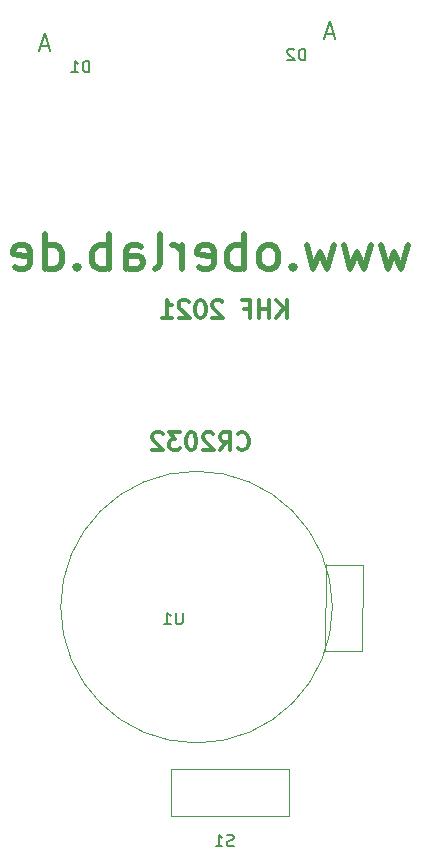
<source format=gbr>
%TF.GenerationSoftware,KiCad,Pcbnew,(5.1.6)-1*%
%TF.CreationDate,2021-02-21T20:50:40+01:00*%
%TF.ProjectId,RobiV3,526f6269-5633-42e6-9b69-6361645f7063,rev?*%
%TF.SameCoordinates,Original*%
%TF.FileFunction,Legend,Bot*%
%TF.FilePolarity,Positive*%
%FSLAX46Y46*%
G04 Gerber Fmt 4.6, Leading zero omitted, Abs format (unit mm)*
G04 Created by KiCad (PCBNEW (5.1.6)-1) date 2021-02-21 20:50:40*
%MOMM*%
%LPD*%
G01*
G04 APERTURE LIST*
%ADD10C,0.300000*%
%ADD11C,0.500000*%
%ADD12C,0.200000*%
%ADD13C,0.120000*%
%ADD14C,0.150000*%
G04 APERTURE END LIST*
D10*
X119728857Y-92737714D02*
X119800285Y-92809142D01*
X120014571Y-92880571D01*
X120157428Y-92880571D01*
X120371714Y-92809142D01*
X120514571Y-92666285D01*
X120586000Y-92523428D01*
X120657428Y-92237714D01*
X120657428Y-92023428D01*
X120586000Y-91737714D01*
X120514571Y-91594857D01*
X120371714Y-91452000D01*
X120157428Y-91380571D01*
X120014571Y-91380571D01*
X119800285Y-91452000D01*
X119728857Y-91523428D01*
X118228857Y-92880571D02*
X118728857Y-92166285D01*
X119086000Y-92880571D02*
X119086000Y-91380571D01*
X118514571Y-91380571D01*
X118371714Y-91452000D01*
X118300285Y-91523428D01*
X118228857Y-91666285D01*
X118228857Y-91880571D01*
X118300285Y-92023428D01*
X118371714Y-92094857D01*
X118514571Y-92166285D01*
X119086000Y-92166285D01*
X117657428Y-91523428D02*
X117586000Y-91452000D01*
X117443142Y-91380571D01*
X117086000Y-91380571D01*
X116943142Y-91452000D01*
X116871714Y-91523428D01*
X116800285Y-91666285D01*
X116800285Y-91809142D01*
X116871714Y-92023428D01*
X117728857Y-92880571D01*
X116800285Y-92880571D01*
X115871714Y-91380571D02*
X115728857Y-91380571D01*
X115586000Y-91452000D01*
X115514571Y-91523428D01*
X115443142Y-91666285D01*
X115371714Y-91952000D01*
X115371714Y-92309142D01*
X115443142Y-92594857D01*
X115514571Y-92737714D01*
X115586000Y-92809142D01*
X115728857Y-92880571D01*
X115871714Y-92880571D01*
X116014571Y-92809142D01*
X116086000Y-92737714D01*
X116157428Y-92594857D01*
X116228857Y-92309142D01*
X116228857Y-91952000D01*
X116157428Y-91666285D01*
X116086000Y-91523428D01*
X116014571Y-91452000D01*
X115871714Y-91380571D01*
X114871714Y-91380571D02*
X113943142Y-91380571D01*
X114443142Y-91952000D01*
X114228857Y-91952000D01*
X114086000Y-92023428D01*
X114014571Y-92094857D01*
X113943142Y-92237714D01*
X113943142Y-92594857D01*
X114014571Y-92737714D01*
X114086000Y-92809142D01*
X114228857Y-92880571D01*
X114657428Y-92880571D01*
X114800285Y-92809142D01*
X114871714Y-92737714D01*
X113371714Y-91523428D02*
X113300285Y-91452000D01*
X113157428Y-91380571D01*
X112800285Y-91380571D01*
X112657428Y-91452000D01*
X112586000Y-91523428D01*
X112514571Y-91666285D01*
X112514571Y-91809142D01*
X112586000Y-92023428D01*
X113443142Y-92880571D01*
X112514571Y-92880571D01*
X123868000Y-81704571D02*
X123868000Y-80204571D01*
X123010857Y-81704571D02*
X123653714Y-80847428D01*
X123010857Y-80204571D02*
X123868000Y-81061714D01*
X122368000Y-81704571D02*
X122368000Y-80204571D01*
X122368000Y-80918857D02*
X121510857Y-80918857D01*
X121510857Y-81704571D02*
X121510857Y-80204571D01*
X120296571Y-80918857D02*
X120796571Y-80918857D01*
X120796571Y-81704571D02*
X120796571Y-80204571D01*
X120082285Y-80204571D01*
X118439428Y-80347428D02*
X118368000Y-80276000D01*
X118225142Y-80204571D01*
X117868000Y-80204571D01*
X117725142Y-80276000D01*
X117653714Y-80347428D01*
X117582285Y-80490285D01*
X117582285Y-80633142D01*
X117653714Y-80847428D01*
X118510857Y-81704571D01*
X117582285Y-81704571D01*
X116653714Y-80204571D02*
X116510857Y-80204571D01*
X116368000Y-80276000D01*
X116296571Y-80347428D01*
X116225142Y-80490285D01*
X116153714Y-80776000D01*
X116153714Y-81133142D01*
X116225142Y-81418857D01*
X116296571Y-81561714D01*
X116368000Y-81633142D01*
X116510857Y-81704571D01*
X116653714Y-81704571D01*
X116796571Y-81633142D01*
X116868000Y-81561714D01*
X116939428Y-81418857D01*
X117010857Y-81133142D01*
X117010857Y-80776000D01*
X116939428Y-80490285D01*
X116868000Y-80347428D01*
X116796571Y-80276000D01*
X116653714Y-80204571D01*
X115582285Y-80347428D02*
X115510857Y-80276000D01*
X115368000Y-80204571D01*
X115010857Y-80204571D01*
X114868000Y-80276000D01*
X114796571Y-80347428D01*
X114725142Y-80490285D01*
X114725142Y-80633142D01*
X114796571Y-80847428D01*
X115653714Y-81704571D01*
X114725142Y-81704571D01*
X113296571Y-81704571D02*
X114153714Y-81704571D01*
X113725142Y-81704571D02*
X113725142Y-80204571D01*
X113868000Y-80418857D01*
X114010857Y-80561714D01*
X114153714Y-80633142D01*
D11*
X134133714Y-75557142D02*
X133562285Y-77557142D01*
X132990857Y-76128571D01*
X132419428Y-77557142D01*
X131848000Y-75557142D01*
X130990857Y-75557142D02*
X130419428Y-77557142D01*
X129848000Y-76128571D01*
X129276571Y-77557142D01*
X128705142Y-75557142D01*
X127848000Y-75557142D02*
X127276571Y-77557142D01*
X126705142Y-76128571D01*
X126133714Y-77557142D01*
X125562285Y-75557142D01*
X124419428Y-77271428D02*
X124276571Y-77414285D01*
X124419428Y-77557142D01*
X124562285Y-77414285D01*
X124419428Y-77271428D01*
X124419428Y-77557142D01*
X122562285Y-77557142D02*
X122848000Y-77414285D01*
X122990857Y-77271428D01*
X123133714Y-76985714D01*
X123133714Y-76128571D01*
X122990857Y-75842857D01*
X122848000Y-75700000D01*
X122562285Y-75557142D01*
X122133714Y-75557142D01*
X121848000Y-75700000D01*
X121705142Y-75842857D01*
X121562285Y-76128571D01*
X121562285Y-76985714D01*
X121705142Y-77271428D01*
X121848000Y-77414285D01*
X122133714Y-77557142D01*
X122562285Y-77557142D01*
X120276571Y-77557142D02*
X120276571Y-74557142D01*
X120276571Y-75700000D02*
X119990857Y-75557142D01*
X119419428Y-75557142D01*
X119133714Y-75700000D01*
X118990857Y-75842857D01*
X118848000Y-76128571D01*
X118848000Y-76985714D01*
X118990857Y-77271428D01*
X119133714Y-77414285D01*
X119419428Y-77557142D01*
X119990857Y-77557142D01*
X120276571Y-77414285D01*
X116419428Y-77414285D02*
X116705142Y-77557142D01*
X117276571Y-77557142D01*
X117562285Y-77414285D01*
X117705142Y-77128571D01*
X117705142Y-75985714D01*
X117562285Y-75700000D01*
X117276571Y-75557142D01*
X116705142Y-75557142D01*
X116419428Y-75700000D01*
X116276571Y-75985714D01*
X116276571Y-76271428D01*
X117705142Y-76557142D01*
X114990857Y-77557142D02*
X114990857Y-75557142D01*
X114990857Y-76128571D02*
X114848000Y-75842857D01*
X114705142Y-75700000D01*
X114419428Y-75557142D01*
X114133714Y-75557142D01*
X112705142Y-77557142D02*
X112990857Y-77414285D01*
X113133714Y-77128571D01*
X113133714Y-74557142D01*
X110276571Y-77557142D02*
X110276571Y-75985714D01*
X110419428Y-75700000D01*
X110705142Y-75557142D01*
X111276571Y-75557142D01*
X111562285Y-75700000D01*
X110276571Y-77414285D02*
X110562285Y-77557142D01*
X111276571Y-77557142D01*
X111562285Y-77414285D01*
X111705142Y-77128571D01*
X111705142Y-76842857D01*
X111562285Y-76557142D01*
X111276571Y-76414285D01*
X110562285Y-76414285D01*
X110276571Y-76271428D01*
X108848000Y-77557142D02*
X108848000Y-74557142D01*
X108848000Y-75700000D02*
X108562285Y-75557142D01*
X107990857Y-75557142D01*
X107705142Y-75700000D01*
X107562285Y-75842857D01*
X107419428Y-76128571D01*
X107419428Y-76985714D01*
X107562285Y-77271428D01*
X107705142Y-77414285D01*
X107990857Y-77557142D01*
X108562285Y-77557142D01*
X108848000Y-77414285D01*
X106133714Y-77271428D02*
X105990857Y-77414285D01*
X106133714Y-77557142D01*
X106276571Y-77414285D01*
X106133714Y-77271428D01*
X106133714Y-77557142D01*
X103419428Y-77557142D02*
X103419428Y-74557142D01*
X103419428Y-77414285D02*
X103705142Y-77557142D01*
X104276571Y-77557142D01*
X104562285Y-77414285D01*
X104705142Y-77271428D01*
X104848000Y-76985714D01*
X104848000Y-76128571D01*
X104705142Y-75842857D01*
X104562285Y-75700000D01*
X104276571Y-75557142D01*
X103705142Y-75557142D01*
X103419428Y-75700000D01*
X100848000Y-77414285D02*
X101133714Y-77557142D01*
X101705142Y-77557142D01*
X101990857Y-77414285D01*
X102133714Y-77128571D01*
X102133714Y-75985714D01*
X101990857Y-75700000D01*
X101705142Y-75557142D01*
X101133714Y-75557142D01*
X100848000Y-75700000D01*
X100705142Y-75985714D01*
X100705142Y-76271428D01*
X102133714Y-76557142D01*
D12*
X127150857Y-57654000D02*
X127865142Y-57654000D01*
X127008000Y-58082571D02*
X127508000Y-56582571D01*
X128008000Y-58082571D01*
X103020857Y-58670000D02*
X103735142Y-58670000D01*
X102878000Y-59098571D02*
X103378000Y-57598571D01*
X103878000Y-59098571D01*
D13*
%TO.C,S1*%
X124053600Y-119913400D02*
X114096800Y-119913400D01*
X114096800Y-119913400D02*
X114096800Y-123850400D01*
X114096800Y-123850400D02*
X124053600Y-123850400D01*
X124053600Y-123850400D02*
X124079000Y-119913400D01*
%TO.C,U1*%
X127747282Y-106172000D02*
G75*
G03*
X127747282Y-106172000I-11500000J0D01*
G01*
X127203200Y-102539800D02*
X127152400Y-109905800D01*
X127152400Y-109905800D02*
X130251200Y-109905800D01*
X130251200Y-109905800D02*
X130302000Y-102590600D01*
X130302000Y-102590600D02*
X127304800Y-102641400D01*
%TO.C,D1*%
D14*
X107164095Y-60904380D02*
X107164095Y-59904380D01*
X106926000Y-59904380D01*
X106783142Y-59952000D01*
X106687904Y-60047238D01*
X106640285Y-60142476D01*
X106592666Y-60332952D01*
X106592666Y-60475809D01*
X106640285Y-60666285D01*
X106687904Y-60761523D01*
X106783142Y-60856761D01*
X106926000Y-60904380D01*
X107164095Y-60904380D01*
X105640285Y-60904380D02*
X106211714Y-60904380D01*
X105926000Y-60904380D02*
X105926000Y-59904380D01*
X106021238Y-60047238D01*
X106116476Y-60142476D01*
X106211714Y-60190095D01*
%TO.C,D2*%
X125452095Y-59888380D02*
X125452095Y-58888380D01*
X125214000Y-58888380D01*
X125071142Y-58936000D01*
X124975904Y-59031238D01*
X124928285Y-59126476D01*
X124880666Y-59316952D01*
X124880666Y-59459809D01*
X124928285Y-59650285D01*
X124975904Y-59745523D01*
X125071142Y-59840761D01*
X125214000Y-59888380D01*
X125452095Y-59888380D01*
X124499714Y-58983619D02*
X124452095Y-58936000D01*
X124356857Y-58888380D01*
X124118761Y-58888380D01*
X124023523Y-58936000D01*
X123975904Y-58983619D01*
X123928285Y-59078857D01*
X123928285Y-59174095D01*
X123975904Y-59316952D01*
X124547333Y-59888380D01*
X123928285Y-59888380D01*
%TO.C,S1*%
X119379904Y-126388761D02*
X119237047Y-126436380D01*
X118998952Y-126436380D01*
X118903714Y-126388761D01*
X118856095Y-126341142D01*
X118808476Y-126245904D01*
X118808476Y-126150666D01*
X118856095Y-126055428D01*
X118903714Y-126007809D01*
X118998952Y-125960190D01*
X119189428Y-125912571D01*
X119284666Y-125864952D01*
X119332285Y-125817333D01*
X119379904Y-125722095D01*
X119379904Y-125626857D01*
X119332285Y-125531619D01*
X119284666Y-125484000D01*
X119189428Y-125436380D01*
X118951333Y-125436380D01*
X118808476Y-125484000D01*
X117856095Y-126436380D02*
X118427523Y-126436380D01*
X118141809Y-126436380D02*
X118141809Y-125436380D01*
X118237047Y-125579238D01*
X118332285Y-125674476D01*
X118427523Y-125722095D01*
%TO.C,U1*%
X115061904Y-106640380D02*
X115061904Y-107449904D01*
X115014285Y-107545142D01*
X114966666Y-107592761D01*
X114871428Y-107640380D01*
X114680952Y-107640380D01*
X114585714Y-107592761D01*
X114538095Y-107545142D01*
X114490476Y-107449904D01*
X114490476Y-106640380D01*
X113490476Y-107640380D02*
X114061904Y-107640380D01*
X113776190Y-107640380D02*
X113776190Y-106640380D01*
X113871428Y-106783238D01*
X113966666Y-106878476D01*
X114061904Y-106926095D01*
%TD*%
M02*

</source>
